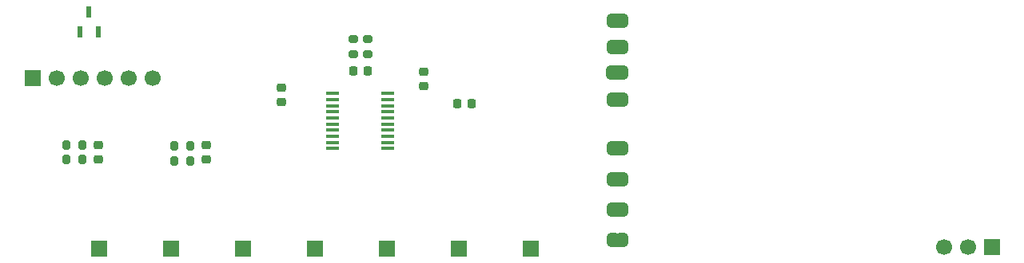
<source format=gbr>
%TF.GenerationSoftware,KiCad,Pcbnew,9.0.2*%
%TF.CreationDate,2025-08-03T14:59:52-04:00*%
%TF.ProjectId,SGTC_Center,53475443-5f43-4656-9e74-65722e6b6963,rev?*%
%TF.SameCoordinates,Original*%
%TF.FileFunction,Soldermask,Top*%
%TF.FilePolarity,Negative*%
%FSLAX46Y46*%
G04 Gerber Fmt 4.6, Leading zero omitted, Abs format (unit mm)*
G04 Created by KiCad (PCBNEW 9.0.2) date 2025-08-03 14:59:52*
%MOMM*%
%LPD*%
G01*
G04 APERTURE LIST*
G04 Aperture macros list*
%AMRoundRect*
0 Rectangle with rounded corners*
0 $1 Rounding radius*
0 $2 $3 $4 $5 $6 $7 $8 $9 X,Y pos of 4 corners*
0 Add a 4 corners polygon primitive as box body*
4,1,4,$2,$3,$4,$5,$6,$7,$8,$9,$2,$3,0*
0 Add four circle primitives for the rounded corners*
1,1,$1+$1,$2,$3*
1,1,$1+$1,$4,$5*
1,1,$1+$1,$6,$7*
1,1,$1+$1,$8,$9*
0 Add four rect primitives between the rounded corners*
20,1,$1+$1,$2,$3,$4,$5,0*
20,1,$1+$1,$4,$5,$6,$7,0*
20,1,$1+$1,$6,$7,$8,$9,0*
20,1,$1+$1,$8,$9,$2,$3,0*%
%AMFreePoly0*
4,1,23,0.500000,-0.750000,0.000000,-0.750000,0.000000,-0.745722,-0.065263,-0.745722,-0.191342,-0.711940,-0.304381,-0.646677,-0.396677,-0.554381,-0.461940,-0.441342,-0.495722,-0.315263,-0.495722,-0.250000,-0.500000,-0.250000,-0.500000,0.250000,-0.495722,0.250000,-0.495722,0.315263,-0.461940,0.441342,-0.396677,0.554381,-0.304381,0.646677,-0.191342,0.711940,-0.065263,0.745722,0.000000,0.745722,
0.000000,0.750000,0.500000,0.750000,0.500000,-0.750000,0.500000,-0.750000,$1*%
%AMFreePoly1*
4,1,23,0.000000,0.745722,0.065263,0.745722,0.191342,0.711940,0.304381,0.646677,0.396677,0.554381,0.461940,0.441342,0.495722,0.315263,0.495722,0.250000,0.500000,0.250000,0.500000,-0.250000,0.495722,-0.250000,0.495722,-0.315263,0.461940,-0.441342,0.396677,-0.554381,0.304381,-0.646677,0.191342,-0.711940,0.065263,-0.745722,0.000000,-0.745722,0.000000,-0.750000,-0.500000,-0.750000,
-0.500000,0.750000,0.000000,0.750000,0.000000,0.745722,0.000000,0.745722,$1*%
G04 Aperture macros list end*
%ADD10FreePoly0,180.000000*%
%ADD11FreePoly1,180.000000*%
%ADD12RoundRect,0.225000X-0.250000X0.225000X-0.250000X-0.225000X0.250000X-0.225000X0.250000X0.225000X0*%
%ADD13RoundRect,0.200000X0.200000X0.275000X-0.200000X0.275000X-0.200000X-0.275000X0.200000X-0.275000X0*%
%ADD14R,1.700000X1.700000*%
%ADD15RoundRect,0.225000X-0.225000X-0.250000X0.225000X-0.250000X0.225000X0.250000X-0.225000X0.250000X0*%
%ADD16R,1.409700X0.355600*%
%ADD17C,1.700000*%
%ADD18RoundRect,0.200000X-0.275000X0.200000X-0.275000X-0.200000X0.275000X-0.200000X0.275000X0.200000X0*%
%ADD19R,0.599999X1.300000*%
%ADD20RoundRect,0.200000X0.275000X-0.200000X0.275000X0.200000X-0.275000X0.200000X-0.275000X-0.200000X0*%
%ADD21RoundRect,0.200000X-0.200000X-0.275000X0.200000X-0.275000X0.200000X0.275000X-0.200000X0.275000X0*%
G04 APERTURE END LIST*
%TO.C,JP4*%
G36*
X173150000Y-110750000D02*
G01*
X172850000Y-110750000D01*
X172850000Y-109250000D01*
X173150000Y-109250000D01*
X173150000Y-110750000D01*
G37*
%TO.C,JP7*%
G36*
X173150000Y-97200000D02*
G01*
X172850000Y-97200000D01*
X172850000Y-95700000D01*
X173150000Y-95700000D01*
X173150000Y-97200000D01*
G37*
%TO.C,JP5*%
G36*
X173150000Y-105550000D02*
G01*
X172850000Y-105550000D01*
X172850000Y-104050000D01*
X173150000Y-104050000D01*
X173150000Y-105550000D01*
G37*
%TO.C,JP8*%
G36*
X173141217Y-102709443D02*
G01*
X172841217Y-102709443D01*
X172841217Y-101209443D01*
X173141217Y-101209443D01*
X173141217Y-102709443D01*
G37*
%TO.C,JP1*%
G36*
X173150000Y-120500000D02*
G01*
X172850000Y-120500000D01*
X172850000Y-119000000D01*
X173150000Y-119000000D01*
X173150000Y-120500000D01*
G37*
%TO.C,JP3*%
G36*
X173150000Y-114000000D02*
G01*
X172850000Y-114000000D01*
X172850000Y-112500000D01*
X173150000Y-112500000D01*
X173150000Y-114000000D01*
G37*
%TO.C,JP6*%
G36*
X173150000Y-99950000D02*
G01*
X172850000Y-99950000D01*
X172850000Y-98450000D01*
X173150000Y-98450000D01*
X173150000Y-99950000D01*
G37*
%TO.C,JP2*%
G36*
X173150000Y-117250000D02*
G01*
X172850000Y-117250000D01*
X172850000Y-115750000D01*
X173150000Y-115750000D01*
X173150000Y-117250000D01*
G37*
%TD*%
D10*
%TO.C,JP4*%
X173650000Y-110000000D03*
D11*
X172350000Y-110000000D03*
%TD*%
D12*
%TO.C,C1*%
X129500000Y-109625000D03*
X129500000Y-111175000D03*
%TD*%
D10*
%TO.C,JP7*%
X173650000Y-96450000D03*
D11*
X172350000Y-96450000D03*
%TD*%
D10*
%TO.C,JP5*%
X173650000Y-104800000D03*
D11*
X172350000Y-104800000D03*
%TD*%
D13*
%TO.C,R4*%
X116325000Y-111200000D03*
X114675000Y-111200000D03*
%TD*%
D12*
%TO.C,C2*%
X118000000Y-109625000D03*
X118000000Y-111175000D03*
%TD*%
D14*
%TO.C,J4*%
X156210000Y-120650000D03*
%TD*%
D10*
%TO.C,JP8*%
X173641217Y-101959443D03*
D11*
X172341217Y-101959443D03*
%TD*%
D14*
%TO.C,J8*%
X125730000Y-120650000D03*
%TD*%
D15*
%TO.C,C4*%
X156025000Y-105200000D03*
X157575000Y-105200000D03*
%TD*%
D16*
%TO.C,U1*%
X142800000Y-104150002D03*
X142800000Y-104800003D03*
X142800000Y-105450001D03*
X142800000Y-106100003D03*
X142800000Y-106750001D03*
X142800000Y-107400000D03*
X142800000Y-108050001D03*
X142800000Y-108700000D03*
X142800000Y-109350001D03*
X142800000Y-110000000D03*
X148705500Y-110000002D03*
X148705500Y-109350004D03*
X148705500Y-108700003D03*
X148705500Y-108050004D03*
X148705500Y-107400003D03*
X148705500Y-106750004D03*
X148705500Y-106100003D03*
X148705500Y-105450004D03*
X148705500Y-104800003D03*
X148705500Y-104150004D03*
%TD*%
D14*
%TO.C,J9*%
X118110000Y-120650000D03*
%TD*%
D10*
%TO.C,JP1*%
X173650000Y-119750000D03*
D11*
X172350000Y-119750000D03*
%TD*%
D14*
%TO.C,J1*%
X111050000Y-102500000D03*
D17*
X113590000Y-102500000D03*
X116130000Y-102500000D03*
X118670000Y-102500000D03*
X121210000Y-102500000D03*
X123750000Y-102500000D03*
%TD*%
D18*
%TO.C,R5*%
X145000000Y-98375000D03*
X145000000Y-100025000D03*
%TD*%
D19*
%TO.C,U2*%
X116099998Y-97600000D03*
X118000000Y-97600000D03*
X117049999Y-95500000D03*
%TD*%
D20*
%TO.C,R6*%
X146600000Y-100025000D03*
X146600000Y-98375000D03*
%TD*%
D14*
%TO.C,J3*%
X212680000Y-120500000D03*
D17*
X210140000Y-120500000D03*
X207600000Y-120500000D03*
%TD*%
D14*
%TO.C,J7*%
X133350000Y-120650000D03*
%TD*%
D10*
%TO.C,JP3*%
X173650000Y-113250000D03*
D11*
X172350000Y-113250000D03*
%TD*%
D21*
%TO.C,R3*%
X114675000Y-109600000D03*
X116325000Y-109600000D03*
%TD*%
D12*
%TO.C,C5*%
X137400000Y-103525000D03*
X137400000Y-105075000D03*
%TD*%
D14*
%TO.C,J5*%
X148590000Y-120650000D03*
%TD*%
D15*
%TO.C,C3*%
X145025000Y-101800000D03*
X146575000Y-101800000D03*
%TD*%
D14*
%TO.C,J6*%
X140970000Y-120650000D03*
%TD*%
D21*
%TO.C,R2*%
X126075000Y-109700000D03*
X127725000Y-109700000D03*
%TD*%
D14*
%TO.C,J2*%
X163830000Y-120650000D03*
%TD*%
D13*
%TO.C,R1*%
X127725000Y-111300000D03*
X126075000Y-111300000D03*
%TD*%
D10*
%TO.C,JP6*%
X173650000Y-99200000D03*
D11*
X172350000Y-99200000D03*
%TD*%
D12*
%TO.C,C6*%
X152500000Y-101825000D03*
X152500000Y-103375000D03*
%TD*%
D10*
%TO.C,JP2*%
X173650000Y-116500000D03*
D11*
X172350000Y-116500000D03*
%TD*%
M02*

</source>
